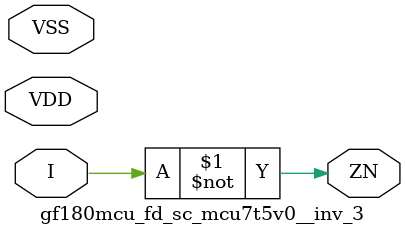
<source format=v>

module gf180mcu_fd_sc_mcu7t5v0__inv_3( I, ZN, VDD, VSS );
input I;
inout VDD, VSS;
output ZN;

	not MGM_BG_0( ZN, I );

endmodule

</source>
